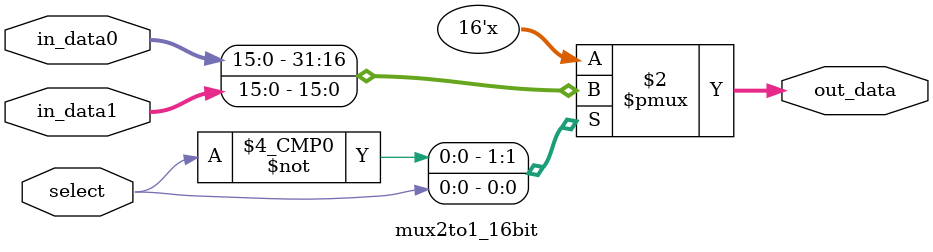
<source format=v>
module mux2to1_16bit
(out_data,in_data0,in_data1,select);

input [15:0] in_data0,in_data1;
input select;
output reg [15:0] out_data;

always @(select, in_data0, in_data1)

  begin

    case (select)

      1'b0: out_data = in_data0;

      1'b1: out_data = in_data1;
	endcase

  end
endmodule 
</source>
